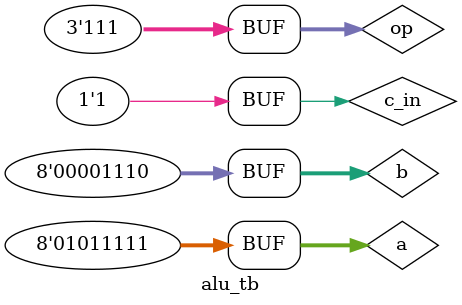
<source format=v>
module FA1bit (input A,B,C_in, output Sum, C_out);
assign Sum = A ^ B ^ C_in;
assign C_out = (A&B) | (B&C_in) | (A&C_in);
endmodule

module FA8bit #(parameter n =8)(input [n-1:0]a,b , input c_in, output [n-1:0]sum, output c_out);
wire [n-1:0] b_xored;
wire [n:0] c;
assign c[0] = c_in;
assign c_out = c[n];

generate
genvar i; 
for(i = 0 ; i<8; i=i+1) begin
assign b_xored[i] = b[i]^c[0];
end 
for (i = 0; i<8; i=i+1) begin
FA1bit FA(.A(a[i]),.B(b_xored[i]),.C_in(c[i]),.Sum(sum[i]),.C_out(c[i+1]));
end
endgenerate 
endmodule

module ALU #(parameter n =8)(input [n-1:0]a,b, input [2:0] op, input c_in, output reg [7:0] out, output wire c_out, output reg c_flag, output reg zero);
wire [7:0] sum;
FA8bit adder(.a(a),.b(b),.c_in(c_in),.sum(sum),.c_out(c_out));
always @(*) begin
case(op)
3'b000: out <= sum;
3'b001: out <= sum;
3'b010: out <= a&b;
3'b011: out <= a|b;
3'b100: out <= a^b;
3'b101: out <= (a>b)?1'b1:1'b0;
3'b110: out <= a<<1;
3'b111: out <= b<<1;
default: out <= 8'b0;
endcase
zero = (out==8'b0);
c_flag = (a>b)?1'b1:1'b0;
end 
endmodule

`timescale 1ns/1ps
module alu_tb;
reg [7:0] a,b;
reg[2:0] op;
reg c_in;

wire [7:0] out;
wire cout;
wire cflag;
wire zero;

ALU dut (.a(a),.b(b),.op(op),.c_in(c_in), .out(out), .c_out(c_out), .c_flag(c_flag), .zero(zero));
initial 
begin 
a = 8'd95;
b = 8'd14;
op= 3'b000;
c_in = op[0];
#10;
op= 3'b001;
c_in = op[0];
#10;
op= 3'b010;
c_in = op[0];
#10;
op= 3'b011;
c_in = op[0];
#10;
op= 3'b100;
c_in = op[0];
#10;
op= 3'b101;
c_in = op[0];
#10;
op= 3'b110;
c_in = op[0];
#10;
op= 3'b111;
c_in = op[0];
#10;
end
endmodule

</source>
